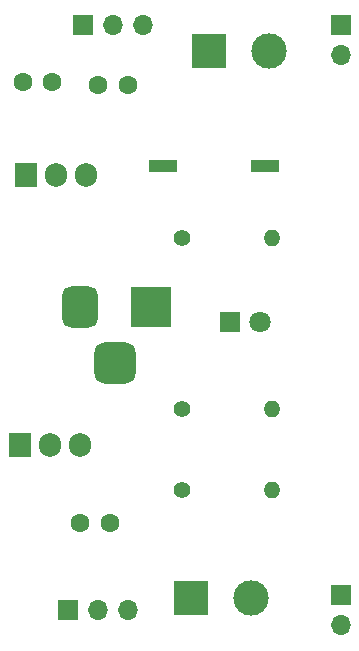
<source format=gts>
%TF.GenerationSoftware,KiCad,Pcbnew,7.0.6*%
%TF.CreationDate,2023-08-31T21:11:47+05:30*%
%TF.ProjectId,bread board,62726561-6420-4626-9f61-72642e6b6963,rev?*%
%TF.SameCoordinates,Original*%
%TF.FileFunction,Soldermask,Top*%
%TF.FilePolarity,Negative*%
%FSLAX46Y46*%
G04 Gerber Fmt 4.6, Leading zero omitted, Abs format (unit mm)*
G04 Created by KiCad (PCBNEW 7.0.6) date 2023-08-31 21:11:47*
%MOMM*%
%LPD*%
G01*
G04 APERTURE LIST*
G04 Aperture macros list*
%AMRoundRect*
0 Rectangle with rounded corners*
0 $1 Rounding radius*
0 $2 $3 $4 $5 $6 $7 $8 $9 X,Y pos of 4 corners*
0 Add a 4 corners polygon primitive as box body*
4,1,4,$2,$3,$4,$5,$6,$7,$8,$9,$2,$3,0*
0 Add four circle primitives for the rounded corners*
1,1,$1+$1,$2,$3*
1,1,$1+$1,$4,$5*
1,1,$1+$1,$6,$7*
1,1,$1+$1,$8,$9*
0 Add four rect primitives between the rounded corners*
20,1,$1+$1,$2,$3,$4,$5,0*
20,1,$1+$1,$4,$5,$6,$7,0*
20,1,$1+$1,$6,$7,$8,$9,0*
20,1,$1+$1,$8,$9,$2,$3,0*%
G04 Aperture macros list end*
%ADD10C,1.400000*%
%ADD11O,1.400000X1.400000*%
%ADD12R,1.700000X1.700000*%
%ADD13O,1.700000X1.700000*%
%ADD14C,1.600000*%
%ADD15R,1.800000X1.800000*%
%ADD16C,1.800000*%
%ADD17R,2.440000X1.120000*%
%ADD18R,1.905000X2.000000*%
%ADD19O,1.905000X2.000000*%
%ADD20R,3.500000X3.500000*%
%ADD21RoundRect,0.750000X-0.750000X-1.000000X0.750000X-1.000000X0.750000X1.000000X-0.750000X1.000000X0*%
%ADD22RoundRect,0.875000X-0.875000X-0.875000X0.875000X-0.875000X0.875000X0.875000X-0.875000X0.875000X0*%
%ADD23R,3.000000X3.000000*%
%ADD24C,3.000000*%
G04 APERTURE END LIST*
D10*
%TO.C,R1*%
X111488000Y-99060000D03*
D11*
X119108000Y-99060000D03*
%TD*%
D12*
%TO.C,J3*%
X103124000Y-81026000D03*
D13*
X105664000Y-81026000D03*
X108204000Y-81026000D03*
%TD*%
D14*
%TO.C,C2*%
X104434000Y-86106000D03*
X106934000Y-86106000D03*
%TD*%
%TO.C,C1*%
X98044000Y-85852000D03*
X100544000Y-85852000D03*
%TD*%
D15*
%TO.C,D1*%
X115558000Y-106172000D03*
D16*
X118098000Y-106172000D03*
%TD*%
D17*
%TO.C,SW1*%
X109953000Y-92964000D03*
X118563000Y-92964000D03*
%TD*%
D12*
%TO.C,J7*%
X101854000Y-130556000D03*
D13*
X104394000Y-130556000D03*
X106934000Y-130556000D03*
%TD*%
D10*
%TO.C,R2*%
X111488000Y-120396000D03*
D11*
X119108000Y-120396000D03*
%TD*%
D18*
%TO.C,U2*%
X98298000Y-93726000D03*
D19*
X100838000Y-93726000D03*
X103378000Y-93726000D03*
%TD*%
D20*
%TO.C,J8*%
X108870000Y-104902000D03*
D21*
X102870000Y-104902000D03*
D22*
X105870000Y-109602000D03*
%TD*%
D18*
%TO.C,U1*%
X97790000Y-116586000D03*
D19*
X100330000Y-116586000D03*
X102870000Y-116586000D03*
%TD*%
D23*
%TO.C,J2*%
X113792000Y-83226000D03*
D24*
X118872000Y-83226000D03*
%TD*%
D12*
%TO.C,J6*%
X124968000Y-81026000D03*
D13*
X124968000Y-83566000D03*
%TD*%
D23*
%TO.C,J5*%
X112268000Y-129540000D03*
D24*
X117348000Y-129540000D03*
%TD*%
D10*
%TO.C,R3*%
X111488000Y-113538000D03*
D11*
X119108000Y-113538000D03*
%TD*%
D12*
%TO.C,J4*%
X124968000Y-129286000D03*
D13*
X124968000Y-131826000D03*
%TD*%
D14*
%TO.C,C3*%
X102910000Y-123190000D03*
X105410000Y-123190000D03*
%TD*%
M02*

</source>
